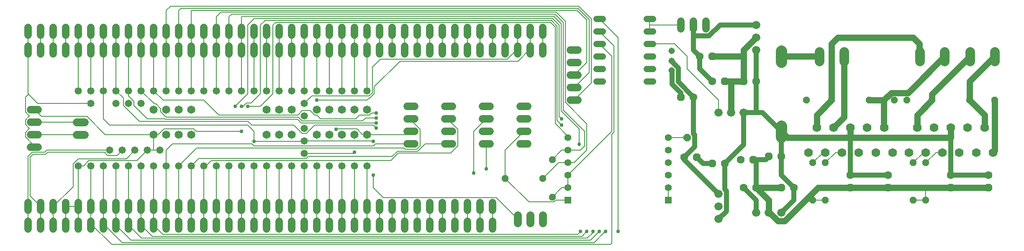
<source format=gbl>
G75*
%MOIN*%
%OFA0B0*%
%FSLAX25Y25*%
%IPPOS*%
%LPD*%
%AMOC8*
5,1,8,0,0,1.08239X$1,22.5*
%
%ADD10C,0.05800*%
%ADD11C,0.06496*%
%ADD12C,0.06496*%
%ADD13C,0.07000*%
%ADD14C,0.05150*%
%ADD15C,0.06000*%
%ADD16C,0.05937*%
%ADD17R,0.05543X0.05543*%
%ADD18C,0.05543*%
%ADD19OC8,0.06200*%
%ADD20C,0.06200*%
%ADD21C,0.07800*%
%ADD22OC8,0.06000*%
%ADD23OC8,0.05200*%
%ADD24OC8,0.06300*%
%ADD25C,0.06300*%
%ADD26C,0.08850*%
%ADD27C,0.06600*%
%ADD28C,0.05150*%
%ADD29C,0.00800*%
%ADD30C,0.05000*%
%ADD31C,0.02978*%
%ADD32C,0.04000*%
D10*
X0049867Y0066544D03*
X0059867Y0066544D03*
X0069867Y0066544D03*
X0079867Y0066544D03*
X0089867Y0066544D03*
X0099867Y0066544D03*
X0109867Y0066544D03*
X0119867Y0066544D03*
X0129867Y0066544D03*
X0139867Y0066544D03*
X0149867Y0066544D03*
X0159867Y0066544D03*
X0169867Y0066544D03*
X0179867Y0066544D03*
X0189867Y0066544D03*
X0199867Y0066544D03*
X0209867Y0066544D03*
X0219867Y0066544D03*
X0229867Y0066544D03*
X0239867Y0066544D03*
X0249867Y0066544D03*
X0259867Y0066544D03*
X0269867Y0066544D03*
X0279867Y0066544D03*
X0229867Y0076544D03*
X0229867Y0086544D03*
X0229867Y0096544D03*
X0229867Y0106544D03*
X0229867Y0116544D03*
X0229867Y0126544D03*
X0219867Y0126544D03*
X0209867Y0126544D03*
X0199867Y0126544D03*
X0189867Y0126544D03*
X0179867Y0126544D03*
X0169867Y0126544D03*
X0159867Y0126544D03*
X0149867Y0126544D03*
X0139867Y0126544D03*
X0129867Y0126544D03*
X0119867Y0126544D03*
X0109867Y0126544D03*
X0099867Y0126544D03*
X0089867Y0126544D03*
X0079867Y0126544D03*
X0069867Y0126544D03*
X0059867Y0126544D03*
X0049867Y0126544D03*
X0059867Y0116544D03*
X0079867Y0116544D03*
X0089867Y0116544D03*
X0099867Y0116544D03*
X0104867Y0079044D03*
X0114867Y0079044D03*
X0094867Y0079044D03*
X0084867Y0079044D03*
X0074867Y0079044D03*
X0239867Y0126544D03*
X0249867Y0126544D03*
X0259867Y0126544D03*
X0269867Y0126544D03*
X0279867Y0126544D03*
D11*
X0279867Y0111544D03*
X0269867Y0111544D03*
X0259867Y0111544D03*
X0249867Y0111544D03*
X0239867Y0111544D03*
X0219867Y0111544D03*
X0209867Y0111544D03*
X0199867Y0111544D03*
X0139867Y0111544D03*
X0129867Y0111544D03*
X0119867Y0111544D03*
X0109867Y0111544D03*
X0109867Y0091544D03*
X0119867Y0091544D03*
X0129867Y0091544D03*
X0139867Y0091544D03*
X0199867Y0091544D03*
X0209867Y0091544D03*
X0219867Y0091544D03*
X0239867Y0091544D03*
X0249867Y0091544D03*
X0259867Y0091544D03*
X0269867Y0091544D03*
X0279867Y0091544D03*
D12*
X0054867Y0091544D02*
X0048371Y0091544D01*
X0048371Y0101544D02*
X0054867Y0101544D01*
X0399867Y0027292D02*
X0399867Y0020796D01*
X0409867Y0020796D02*
X0409867Y0027292D01*
X0419867Y0027292D02*
X0419867Y0020796D01*
D13*
X0631402Y0077154D03*
X0644788Y0077154D03*
X0658174Y0077154D03*
X0671560Y0077154D03*
X0684945Y0077154D03*
X0698331Y0077154D03*
X0711402Y0077154D03*
X0724788Y0077154D03*
X0738174Y0077154D03*
X0751560Y0077154D03*
X0764945Y0077154D03*
X0778331Y0077154D03*
X0771638Y0097154D03*
X0758252Y0097154D03*
X0744867Y0097154D03*
X0731481Y0097154D03*
X0718095Y0097154D03*
X0691638Y0097154D03*
X0678252Y0097154D03*
X0664867Y0097154D03*
X0651481Y0097154D03*
X0638095Y0097154D03*
D14*
X0507441Y0134044D02*
X0502292Y0134044D01*
X0502292Y0144044D02*
X0507441Y0144044D01*
X0507441Y0154044D02*
X0502292Y0154044D01*
X0502292Y0164044D02*
X0507441Y0164044D01*
X0507441Y0174044D02*
X0502292Y0174044D01*
X0502292Y0184044D02*
X0507441Y0184044D01*
X0467441Y0184044D02*
X0462292Y0184044D01*
X0462292Y0174044D02*
X0467441Y0174044D01*
X0467441Y0164044D02*
X0462292Y0164044D01*
X0462292Y0154044D02*
X0467441Y0154044D01*
X0467441Y0144044D02*
X0462292Y0144044D01*
X0462292Y0134044D02*
X0467441Y0134044D01*
D15*
X0009867Y0022044D02*
X0009867Y0016044D01*
X0019867Y0016044D02*
X0019867Y0022044D01*
X0029867Y0022044D02*
X0029867Y0016044D01*
X0039867Y0016044D02*
X0039867Y0022044D01*
X0049867Y0022044D02*
X0049867Y0016044D01*
X0059867Y0016044D02*
X0059867Y0022044D01*
X0069867Y0022044D02*
X0069867Y0016044D01*
X0079867Y0016044D02*
X0079867Y0022044D01*
X0089867Y0022044D02*
X0089867Y0016044D01*
X0099867Y0016044D02*
X0099867Y0022044D01*
X0109867Y0022044D02*
X0109867Y0016044D01*
X0119867Y0016044D02*
X0119867Y0022044D01*
X0129867Y0022044D02*
X0129867Y0016044D01*
X0139867Y0016044D02*
X0139867Y0022044D01*
X0149867Y0022044D02*
X0149867Y0016044D01*
X0159867Y0016044D02*
X0159867Y0022044D01*
X0169867Y0022044D02*
X0169867Y0016044D01*
X0179867Y0016044D02*
X0179867Y0022044D01*
X0189867Y0022044D02*
X0189867Y0016044D01*
X0199867Y0016044D02*
X0199867Y0022044D01*
X0209867Y0022044D02*
X0209867Y0016044D01*
X0219867Y0016044D02*
X0219867Y0022044D01*
X0229867Y0022044D02*
X0229867Y0016044D01*
X0239867Y0016044D02*
X0239867Y0022044D01*
X0249867Y0022044D02*
X0249867Y0016044D01*
X0259867Y0016044D02*
X0259867Y0022044D01*
X0269867Y0022044D02*
X0269867Y0016044D01*
X0279867Y0016044D02*
X0279867Y0022044D01*
X0289867Y0022044D02*
X0289867Y0016044D01*
X0299867Y0016044D02*
X0299867Y0022044D01*
X0309867Y0022044D02*
X0309867Y0016044D01*
X0319867Y0016044D02*
X0319867Y0022044D01*
X0329867Y0022044D02*
X0329867Y0016044D01*
X0339867Y0016044D02*
X0339867Y0022044D01*
X0349867Y0022044D02*
X0349867Y0016044D01*
X0359867Y0016044D02*
X0359867Y0022044D01*
X0369867Y0022044D02*
X0369867Y0016044D01*
X0379867Y0016044D02*
X0379867Y0022044D01*
X0379867Y0031044D02*
X0379867Y0037044D01*
X0369867Y0037044D02*
X0369867Y0031044D01*
X0359867Y0031044D02*
X0359867Y0037044D01*
X0349867Y0037044D02*
X0349867Y0031044D01*
X0339867Y0031044D02*
X0339867Y0037044D01*
X0329867Y0037044D02*
X0329867Y0031044D01*
X0319867Y0031044D02*
X0319867Y0037044D01*
X0309867Y0037044D02*
X0309867Y0031044D01*
X0299867Y0031044D02*
X0299867Y0037044D01*
X0289867Y0037044D02*
X0289867Y0031044D01*
X0279867Y0031044D02*
X0279867Y0037044D01*
X0269867Y0037044D02*
X0269867Y0031044D01*
X0259867Y0031044D02*
X0259867Y0037044D01*
X0249867Y0037044D02*
X0249867Y0031044D01*
X0239867Y0031044D02*
X0239867Y0037044D01*
X0229867Y0037044D02*
X0229867Y0031044D01*
X0219867Y0031044D02*
X0219867Y0037044D01*
X0209867Y0037044D02*
X0209867Y0031044D01*
X0199867Y0031044D02*
X0199867Y0037044D01*
X0189867Y0037044D02*
X0189867Y0031044D01*
X0179867Y0031044D02*
X0179867Y0037044D01*
X0169867Y0037044D02*
X0169867Y0031044D01*
X0159867Y0031044D02*
X0159867Y0037044D01*
X0149867Y0037044D02*
X0149867Y0031044D01*
X0139867Y0031044D02*
X0139867Y0037044D01*
X0129867Y0037044D02*
X0129867Y0031044D01*
X0119867Y0031044D02*
X0119867Y0037044D01*
X0109867Y0037044D02*
X0109867Y0031044D01*
X0099867Y0031044D02*
X0099867Y0037044D01*
X0089867Y0037044D02*
X0089867Y0031044D01*
X0079867Y0031044D02*
X0079867Y0037044D01*
X0069867Y0037044D02*
X0069867Y0031044D01*
X0059867Y0031044D02*
X0059867Y0037044D01*
X0049867Y0037044D02*
X0049867Y0031044D01*
X0039867Y0031044D02*
X0039867Y0037044D01*
X0029867Y0037044D02*
X0029867Y0031044D01*
X0019867Y0031044D02*
X0019867Y0037044D01*
X0009867Y0037044D02*
X0009867Y0031044D01*
X0011867Y0081544D02*
X0017867Y0081544D01*
X0017867Y0091544D02*
X0011867Y0091544D01*
X0011867Y0101544D02*
X0017867Y0101544D01*
X0017867Y0111544D02*
X0011867Y0111544D01*
X0009867Y0156044D02*
X0009867Y0162044D01*
X0019867Y0162044D02*
X0019867Y0156044D01*
X0029867Y0156044D02*
X0029867Y0162044D01*
X0039867Y0162044D02*
X0039867Y0156044D01*
X0049867Y0156044D02*
X0049867Y0162044D01*
X0059867Y0162044D02*
X0059867Y0156044D01*
X0069867Y0156044D02*
X0069867Y0162044D01*
X0079867Y0162044D02*
X0079867Y0156044D01*
X0089867Y0156044D02*
X0089867Y0162044D01*
X0099867Y0162044D02*
X0099867Y0156044D01*
X0109867Y0156044D02*
X0109867Y0162044D01*
X0119867Y0162044D02*
X0119867Y0156044D01*
X0129867Y0156044D02*
X0129867Y0162044D01*
X0139867Y0162044D02*
X0139867Y0156044D01*
X0149867Y0156044D02*
X0149867Y0162044D01*
X0159867Y0162044D02*
X0159867Y0156044D01*
X0169867Y0156044D02*
X0169867Y0162044D01*
X0179867Y0162044D02*
X0179867Y0156044D01*
X0189867Y0156044D02*
X0189867Y0162044D01*
X0199867Y0162044D02*
X0199867Y0156044D01*
X0209867Y0156044D02*
X0209867Y0162044D01*
X0219867Y0162044D02*
X0219867Y0156044D01*
X0229867Y0156044D02*
X0229867Y0162044D01*
X0239867Y0162044D02*
X0239867Y0156044D01*
X0249867Y0156044D02*
X0249867Y0162044D01*
X0259867Y0162044D02*
X0259867Y0156044D01*
X0269867Y0156044D02*
X0269867Y0162044D01*
X0279867Y0162044D02*
X0279867Y0156044D01*
X0289867Y0156044D02*
X0289867Y0162044D01*
X0299867Y0162044D02*
X0299867Y0156044D01*
X0309867Y0156044D02*
X0309867Y0162044D01*
X0319867Y0162044D02*
X0319867Y0156044D01*
X0329867Y0156044D02*
X0329867Y0162044D01*
X0339867Y0162044D02*
X0339867Y0156044D01*
X0349867Y0156044D02*
X0349867Y0162044D01*
X0359867Y0162044D02*
X0359867Y0156044D01*
X0369867Y0156044D02*
X0369867Y0162044D01*
X0379867Y0162044D02*
X0379867Y0156044D01*
X0389867Y0156044D02*
X0389867Y0162044D01*
X0399867Y0162044D02*
X0399867Y0156044D01*
X0409867Y0156044D02*
X0409867Y0162044D01*
X0419867Y0162044D02*
X0419867Y0156044D01*
X0441867Y0159044D02*
X0447867Y0159044D01*
X0447867Y0149044D02*
X0441867Y0149044D01*
X0441867Y0139044D02*
X0447867Y0139044D01*
X0447867Y0129044D02*
X0441867Y0129044D01*
X0441867Y0119044D02*
X0447867Y0119044D01*
X0407867Y0114044D02*
X0401867Y0114044D01*
X0377867Y0114044D02*
X0371867Y0114044D01*
X0347867Y0114044D02*
X0341867Y0114044D01*
X0317867Y0114044D02*
X0311867Y0114044D01*
X0311867Y0104044D02*
X0317867Y0104044D01*
X0341867Y0104044D02*
X0347867Y0104044D01*
X0371867Y0104044D02*
X0377867Y0104044D01*
X0401867Y0104044D02*
X0407867Y0104044D01*
X0407867Y0094044D02*
X0401867Y0094044D01*
X0377867Y0094044D02*
X0371867Y0094044D01*
X0347867Y0094044D02*
X0341867Y0094044D01*
X0317867Y0094044D02*
X0311867Y0094044D01*
X0311867Y0084044D02*
X0317867Y0084044D01*
X0341867Y0084044D02*
X0347867Y0084044D01*
X0371867Y0084044D02*
X0377867Y0084044D01*
X0401867Y0084044D02*
X0407867Y0084044D01*
X0409867Y0171044D02*
X0409867Y0177044D01*
X0419867Y0177044D02*
X0419867Y0171044D01*
X0399867Y0171044D02*
X0399867Y0177044D01*
X0389867Y0177044D02*
X0389867Y0171044D01*
X0379867Y0171044D02*
X0379867Y0177044D01*
X0369867Y0177044D02*
X0369867Y0171044D01*
X0359867Y0171044D02*
X0359867Y0177044D01*
X0349867Y0177044D02*
X0349867Y0171044D01*
X0339867Y0171044D02*
X0339867Y0177044D01*
X0329867Y0177044D02*
X0329867Y0171044D01*
X0319867Y0171044D02*
X0319867Y0177044D01*
X0309867Y0177044D02*
X0309867Y0171044D01*
X0299867Y0171044D02*
X0299867Y0177044D01*
X0289867Y0177044D02*
X0289867Y0171044D01*
X0279867Y0171044D02*
X0279867Y0177044D01*
X0269867Y0177044D02*
X0269867Y0171044D01*
X0259867Y0171044D02*
X0259867Y0177044D01*
X0249867Y0177044D02*
X0249867Y0171044D01*
X0239867Y0171044D02*
X0239867Y0177044D01*
X0229867Y0177044D02*
X0229867Y0171044D01*
X0219867Y0171044D02*
X0219867Y0177044D01*
X0209867Y0177044D02*
X0209867Y0171044D01*
X0199867Y0171044D02*
X0199867Y0177044D01*
X0189867Y0177044D02*
X0189867Y0171044D01*
X0179867Y0171044D02*
X0179867Y0177044D01*
X0169867Y0177044D02*
X0169867Y0171044D01*
X0159867Y0171044D02*
X0159867Y0177044D01*
X0149867Y0177044D02*
X0149867Y0171044D01*
X0139867Y0171044D02*
X0139867Y0177044D01*
X0129867Y0177044D02*
X0129867Y0171044D01*
X0119867Y0171044D02*
X0119867Y0177044D01*
X0109867Y0177044D02*
X0109867Y0171044D01*
X0099867Y0171044D02*
X0099867Y0177044D01*
X0089867Y0177044D02*
X0089867Y0171044D01*
X0079867Y0171044D02*
X0079867Y0177044D01*
X0069867Y0177044D02*
X0069867Y0171044D01*
X0059867Y0171044D02*
X0059867Y0177044D01*
X0049867Y0177044D02*
X0049867Y0171044D01*
X0039867Y0171044D02*
X0039867Y0177044D01*
X0029867Y0177044D02*
X0029867Y0171044D01*
X0019867Y0171044D02*
X0019867Y0177044D01*
X0009867Y0177044D02*
X0009867Y0171044D01*
D16*
X0529867Y0176076D02*
X0529867Y0182013D01*
X0539867Y0182013D02*
X0539867Y0176076D01*
X0549867Y0176076D02*
X0549867Y0182013D01*
D17*
X0519867Y0039044D03*
X0439867Y0039044D03*
D18*
X0439867Y0049044D03*
X0439867Y0059044D03*
X0439867Y0069044D03*
X0439867Y0079044D03*
X0439867Y0089044D03*
X0519867Y0089044D03*
X0519867Y0079044D03*
X0519867Y0069044D03*
X0519867Y0059044D03*
X0519867Y0049044D03*
D19*
X0529867Y0121544D03*
X0554867Y0154044D03*
D20*
X0544867Y0154044D03*
X0539867Y0121544D03*
D21*
X0640067Y0150144D02*
X0640067Y0157944D01*
X0659767Y0157944D02*
X0659767Y0150144D01*
X0720067Y0150144D02*
X0720067Y0157944D01*
X0739767Y0157944D02*
X0739767Y0150144D01*
X0760067Y0150144D02*
X0760067Y0157944D01*
X0779767Y0157944D02*
X0779767Y0150144D01*
D22*
X0534867Y0089044D03*
D23*
X0634867Y0069044D03*
X0644867Y0069044D03*
X0714867Y0069044D03*
X0724867Y0069044D03*
X0724867Y0039044D03*
X0714867Y0039044D03*
X0644867Y0039044D03*
X0634867Y0039044D03*
X0427367Y0041544D03*
X0419867Y0056544D03*
X0389867Y0056544D03*
X0427367Y0071544D03*
X0629867Y0119044D03*
X0649867Y0119044D03*
X0679867Y0119044D03*
X0699867Y0119044D03*
X0709867Y0119044D03*
X0729867Y0119044D03*
X0759867Y0119044D03*
X0779867Y0119044D03*
D24*
X0599867Y0074044D03*
X0587367Y0071544D03*
X0554867Y0068544D03*
X0542367Y0073544D03*
X0589867Y0049044D03*
X0609867Y0049044D03*
X0664867Y0049044D03*
X0694867Y0049044D03*
X0744867Y0049044D03*
X0774867Y0049044D03*
X0579867Y0134044D03*
X0564867Y0134044D03*
D25*
X0554867Y0134044D03*
X0589867Y0134044D03*
X0609867Y0074044D03*
X0577367Y0071544D03*
X0564867Y0068544D03*
X0532367Y0073544D03*
X0579867Y0049044D03*
X0619867Y0049044D03*
X0664867Y0059044D03*
X0694867Y0059044D03*
X0744867Y0059044D03*
X0774867Y0059044D03*
D26*
X0609867Y0089619D02*
X0609867Y0098469D01*
X0609867Y0149619D02*
X0609867Y0158469D01*
D27*
X0589867Y0159044D03*
X0589867Y0169044D03*
X0589867Y0179044D03*
X0579867Y0109044D03*
X0569867Y0109044D03*
X0559867Y0109044D03*
X0559867Y0044044D03*
X0559867Y0034044D03*
X0589867Y0029044D03*
X0599867Y0029044D03*
X0609867Y0029044D03*
X0559867Y0024044D03*
D28*
X0522367Y0142670D03*
X0522367Y0150544D03*
X0522367Y0158418D03*
D29*
X0524867Y0164044D02*
X0534867Y0154044D01*
X0534867Y0144044D01*
X0559867Y0119044D01*
X0559867Y0109044D01*
X0534867Y0089044D02*
X0519867Y0089044D01*
X0476467Y0093381D02*
X0476467Y0162444D01*
X0464867Y0174044D01*
X0464867Y0184044D02*
X0479867Y0169044D01*
X0479867Y0014044D01*
X0469867Y0014044D02*
X0469606Y0014044D01*
X0460806Y0005244D01*
X0084727Y0005244D01*
X0070927Y0019044D01*
X0069867Y0019044D01*
X0069867Y0034044D01*
X0069867Y0066544D01*
X0059867Y0066544D02*
X0059867Y0034044D01*
X0059867Y0019044D01*
X0060927Y0019044D01*
X0076327Y0003644D01*
X0473667Y0003644D01*
X0474867Y0004844D01*
X0474867Y0091781D01*
X0476467Y0093381D01*
X0474867Y0094044D02*
X0439867Y0059044D01*
X0439867Y0049044D01*
X0434867Y0049044D01*
X0427367Y0041544D01*
X0430241Y0039044D02*
X0439867Y0039044D01*
X0430241Y0039044D02*
X0428941Y0037744D01*
X0408667Y0037744D01*
X0389867Y0056544D01*
X0389867Y0079044D01*
X0404867Y0094044D01*
X0429667Y0100441D02*
X0439867Y0090241D01*
X0439867Y0089044D01*
X0453267Y0094044D02*
X0436067Y0111244D01*
X0436067Y0181244D01*
X0429567Y0187744D01*
X0171967Y0187744D01*
X0169867Y0185644D01*
X0169867Y0174044D01*
X0169867Y0159044D01*
X0169867Y0126544D01*
X0179867Y0126544D02*
X0179867Y0159044D01*
X0179867Y0174044D01*
X0179867Y0185644D01*
X0180367Y0186144D01*
X0428567Y0186144D01*
X0434467Y0180244D01*
X0434467Y0110581D01*
X0448867Y0096181D01*
X0448867Y0083844D01*
X0453267Y0082444D02*
X0449867Y0079044D01*
X0439867Y0079044D01*
X0434867Y0079044D01*
X0427367Y0071544D01*
X0432367Y0069044D02*
X0439867Y0069044D01*
X0444867Y0069044D01*
X0454867Y0079044D01*
X0454867Y0100104D01*
X0437667Y0117304D01*
X0437667Y0182244D01*
X0430567Y0189344D01*
X0163567Y0189344D01*
X0159867Y0185644D01*
X0159867Y0174044D01*
X0159867Y0159044D01*
X0159867Y0126544D01*
X0149867Y0126544D02*
X0149867Y0159044D01*
X0149867Y0174044D01*
X0139867Y0174044D02*
X0139867Y0190644D01*
X0140167Y0190944D01*
X0447092Y0190944D01*
X0454867Y0183169D01*
X0454867Y0149044D01*
X0444867Y0139044D01*
X0444867Y0129044D02*
X0456917Y0141094D01*
X0456917Y0183381D01*
X0447754Y0192544D01*
X0131767Y0192544D01*
X0129867Y0190644D01*
X0129867Y0174044D01*
X0129867Y0159044D01*
X0129867Y0126544D01*
X0139867Y0126544D02*
X0139867Y0159044D01*
X0139867Y0174044D01*
X0119867Y0174044D02*
X0119867Y0190644D01*
X0123367Y0194144D01*
X0448417Y0194144D01*
X0458517Y0184044D01*
X0458517Y0132694D01*
X0444867Y0119044D01*
X0432867Y0106044D02*
X0434867Y0104044D01*
X0432867Y0106044D02*
X0432867Y0179044D01*
X0427467Y0184444D01*
X0190267Y0184444D01*
X0184867Y0179044D01*
X0184867Y0124044D01*
X0174867Y0114044D01*
X0179867Y0114044D02*
X0181064Y0114044D01*
X0183753Y0116733D01*
X0187556Y0116733D01*
X0194867Y0124044D01*
X0194867Y0179044D01*
X0198667Y0182844D01*
X0426667Y0182844D01*
X0431267Y0178244D01*
X0431267Y0102644D01*
X0434867Y0099044D01*
X0429667Y0100441D02*
X0429667Y0177581D01*
X0426004Y0181244D01*
X0207067Y0181244D01*
X0204867Y0179044D01*
X0204867Y0124044D01*
X0194867Y0114044D01*
X0184867Y0114044D01*
X0161815Y0107096D02*
X0224620Y0107096D01*
X0228168Y0110644D01*
X0234476Y0110644D01*
X0238024Y0107096D01*
X0239867Y0107096D01*
X0242919Y0104044D01*
X0270867Y0104044D01*
X0273919Y0107096D01*
X0281709Y0107096D01*
X0283457Y0108844D01*
X0287067Y0108844D01*
X0287067Y0104844D02*
X0278669Y0104844D01*
X0276269Y0102444D01*
X0228168Y0102444D01*
X0225168Y0105444D01*
X0119676Y0105444D01*
X0115419Y0109702D01*
X0115419Y0112283D01*
X0111709Y0115992D01*
X0110419Y0115992D01*
X0099867Y0126544D01*
X0099867Y0159044D01*
X0099867Y0174044D01*
X0109867Y0174044D02*
X0109867Y0159044D01*
X0109867Y0126544D01*
X0117367Y0119044D01*
X0149867Y0119044D01*
X0161815Y0107096D01*
X0184867Y0102244D02*
X0188067Y0099044D01*
X0221568Y0099044D01*
X0228168Y0092444D01*
X0231565Y0092444D01*
X0238165Y0099044D01*
X0284867Y0099044D01*
X0287067Y0096844D01*
X0287069Y0100644D02*
X0287067Y0100647D01*
X0287067Y0100844D01*
X0287069Y0100644D02*
X0255467Y0100644D01*
X0255267Y0100844D01*
X0227506Y0100844D01*
X0224506Y0103844D01*
X0119013Y0103844D01*
X0118813Y0104044D01*
X0104867Y0104044D01*
X0093967Y0114944D01*
X0093967Y0118242D01*
X0089867Y0122342D01*
X0089867Y0126544D01*
X0089867Y0159044D01*
X0089867Y0174044D01*
X0079867Y0174044D02*
X0079867Y0159044D01*
X0079867Y0126544D01*
X0085767Y0120644D01*
X0085767Y0114846D01*
X0098368Y0102244D01*
X0184867Y0102244D01*
X0184867Y0099044D02*
X0074867Y0099044D01*
X0069867Y0104044D01*
X0069867Y0126544D01*
X0069867Y0159044D01*
X0069867Y0174044D01*
X0059867Y0174044D02*
X0059867Y0159044D01*
X0059867Y0126544D01*
X0049867Y0126544D02*
X0049867Y0159044D01*
X0049867Y0174044D01*
X0039867Y0174044D02*
X0039867Y0159044D01*
X0029867Y0159044D02*
X0029867Y0174044D01*
X0019867Y0174044D02*
X0019867Y0159044D01*
X0009867Y0159044D02*
X0009867Y0124044D01*
X0010127Y0123784D01*
X0017367Y0116544D01*
X0059867Y0116544D01*
X0056709Y0105992D02*
X0020419Y0105992D01*
X0014867Y0111544D01*
X0010927Y0106544D02*
X0007667Y0109804D01*
X0007667Y0121324D01*
X0010127Y0123784D01*
X0010927Y0106544D02*
X0007667Y0103284D01*
X0007667Y0099804D01*
X0010927Y0096544D01*
X0007667Y0093284D01*
X0007667Y0089804D01*
X0014867Y0082604D01*
X0014867Y0081544D01*
X0013167Y0077344D02*
X0023167Y0077344D01*
X0024867Y0079044D01*
X0074867Y0079044D01*
X0073168Y0074944D02*
X0070668Y0077444D01*
X0025529Y0077444D01*
X0023829Y0075744D01*
X0013829Y0075744D01*
X0011467Y0073381D01*
X0011467Y0042444D01*
X0019867Y0034044D01*
X0019867Y0019044D01*
X0029867Y0019044D02*
X0029867Y0034044D01*
X0045667Y0049844D01*
X0045667Y0068142D01*
X0049768Y0072244D01*
X0088067Y0072244D01*
X0094867Y0079044D01*
X0084867Y0079044D02*
X0080767Y0074944D01*
X0073168Y0074944D01*
X0058168Y0070644D02*
X0096467Y0070644D01*
X0104867Y0079044D01*
X0109867Y0079044D01*
X0109867Y0091544D01*
X0113576Y0091544D01*
X0118024Y0095992D01*
X0141709Y0095992D01*
X0143657Y0094044D01*
X0179867Y0094044D01*
X0184867Y0099044D02*
X0189867Y0094044D01*
X0189867Y0086244D01*
X0229567Y0086244D01*
X0229867Y0086544D01*
X0284567Y0086544D01*
X0284867Y0086244D01*
X0286469Y0084044D02*
X0284869Y0082444D01*
X0189864Y0082444D01*
X0188264Y0084044D01*
X0124867Y0084044D01*
X0119867Y0079044D01*
X0119867Y0066544D01*
X0119867Y0034044D01*
X0119867Y0019044D01*
X0129867Y0019044D02*
X0129867Y0034044D01*
X0129867Y0066544D01*
X0144167Y0080844D01*
X0309127Y0080844D01*
X0310127Y0079844D01*
X0319606Y0079844D01*
X0322067Y0082304D01*
X0322067Y0095784D01*
X0314867Y0102984D01*
X0314867Y0104044D01*
X0344867Y0104044D02*
X0344867Y0102984D01*
X0352067Y0095784D01*
X0352067Y0082304D01*
X0346406Y0076644D01*
X0304729Y0076644D01*
X0298929Y0070844D01*
X0155686Y0070844D01*
X0151386Y0066544D01*
X0149867Y0066544D01*
X0149867Y0034044D01*
X0149867Y0019044D01*
X0139867Y0019044D02*
X0139867Y0034044D01*
X0139867Y0066544D01*
X0145767Y0072444D01*
X0231565Y0072444D01*
X0233165Y0074044D01*
X0299867Y0074044D01*
X0304067Y0078244D01*
X0320269Y0078244D01*
X0326069Y0084044D01*
X0344867Y0084044D01*
X0374867Y0084044D02*
X0374867Y0064044D01*
X0364867Y0060644D02*
X0364867Y0094044D01*
X0374867Y0104044D01*
X0314867Y0094044D02*
X0312367Y0091544D01*
X0279867Y0091544D01*
X0276157Y0091544D01*
X0271709Y0095992D01*
X0255919Y0095992D01*
X0255267Y0095844D01*
X0286469Y0084044D02*
X0314867Y0084044D01*
X0269667Y0077444D02*
X0268767Y0076544D01*
X0229867Y0076544D01*
X0229867Y0066544D02*
X0229867Y0034044D01*
X0229867Y0019044D01*
X0219867Y0019044D02*
X0219867Y0034044D01*
X0219867Y0066544D01*
X0209867Y0066544D02*
X0209867Y0034044D01*
X0209867Y0019044D01*
X0199867Y0019044D02*
X0199867Y0034044D01*
X0199867Y0066544D01*
X0189867Y0066544D02*
X0189867Y0034044D01*
X0189867Y0019044D01*
X0179867Y0019044D02*
X0179867Y0034044D01*
X0179867Y0066544D01*
X0169867Y0066544D02*
X0169867Y0034044D01*
X0169867Y0019044D01*
X0159867Y0019044D02*
X0159867Y0034044D01*
X0159867Y0066544D01*
X0114867Y0079044D02*
X0109867Y0079044D01*
X0109867Y0091544D02*
X0071157Y0091544D01*
X0056709Y0105992D01*
X0054867Y0101544D02*
X0014867Y0101544D01*
X0014867Y0091544D02*
X0054867Y0091544D01*
X0013167Y0077344D02*
X0009867Y0074044D01*
X0009867Y0034044D01*
X0009867Y0019044D01*
X0039867Y0019044D02*
X0039867Y0034044D01*
X0049867Y0034044D01*
X0049867Y0019044D01*
X0079867Y0019044D02*
X0091867Y0007044D01*
X0454867Y0007044D01*
X0457867Y0007044D01*
X0464867Y0014044D01*
X0459867Y0014044D02*
X0459867Y0013244D01*
X0455267Y0008644D01*
X0100267Y0008644D01*
X0089867Y0019044D01*
X0089867Y0034044D01*
X0089867Y0066544D01*
X0099867Y0066544D02*
X0099867Y0034044D01*
X0099867Y0019044D01*
X0108667Y0010244D01*
X0451067Y0010244D01*
X0454867Y0014044D01*
X0449867Y0014044D02*
X0447667Y0011844D01*
X0117067Y0011844D01*
X0109867Y0019044D01*
X0109867Y0034044D01*
X0109867Y0066544D01*
X0079867Y0066544D02*
X0079867Y0034044D01*
X0079867Y0019044D01*
X0049867Y0034044D02*
X0049867Y0066544D01*
X0054068Y0066544D01*
X0058168Y0070644D01*
X0229867Y0116544D02*
X0235767Y0122444D01*
X0281565Y0122444D01*
X0283967Y0124846D01*
X0283967Y0145344D01*
X0290467Y0151844D01*
X0391606Y0151844D01*
X0398806Y0159044D01*
X0399867Y0159044D01*
X0399867Y0174044D01*
X0409867Y0174044D02*
X0409867Y0159044D01*
X0408806Y0159044D01*
X0400006Y0150244D01*
X0306067Y0150244D01*
X0285567Y0129744D01*
X0285567Y0124183D01*
X0282228Y0120844D01*
X0281667Y0120844D01*
X0279867Y0119044D01*
X0239867Y0119044D01*
X0239867Y0126544D02*
X0239867Y0159044D01*
X0239867Y0174044D01*
X0249867Y0174044D02*
X0249867Y0159044D01*
X0249867Y0126544D01*
X0259867Y0126544D02*
X0259867Y0159044D01*
X0259867Y0174044D01*
X0269867Y0174044D02*
X0269867Y0159044D01*
X0269867Y0126544D01*
X0279867Y0126544D02*
X0279867Y0159044D01*
X0279867Y0174044D01*
X0289867Y0174044D02*
X0289867Y0159044D01*
X0299867Y0159044D02*
X0299867Y0174044D01*
X0309867Y0174044D02*
X0309867Y0159044D01*
X0319867Y0159044D02*
X0319867Y0174044D01*
X0329867Y0174044D02*
X0329867Y0159044D01*
X0339867Y0159044D02*
X0339867Y0174044D01*
X0349867Y0174044D02*
X0349867Y0159044D01*
X0359867Y0159044D02*
X0359867Y0174044D01*
X0369867Y0174044D02*
X0369867Y0159044D01*
X0379867Y0159044D02*
X0379867Y0174044D01*
X0389867Y0174044D02*
X0389867Y0159044D01*
X0419867Y0159044D02*
X0419867Y0174044D01*
X0464867Y0164044D02*
X0474867Y0154044D01*
X0474867Y0094044D01*
X0453267Y0094044D02*
X0453267Y0082444D01*
X0432367Y0069044D02*
X0419867Y0056544D01*
X0399867Y0024044D02*
X0382667Y0041244D01*
X0292667Y0041244D01*
X0284867Y0049044D01*
X0284867Y0059044D01*
X0279867Y0066544D02*
X0279867Y0034044D01*
X0279867Y0019044D01*
X0289867Y0019044D02*
X0289867Y0034044D01*
X0299867Y0034044D02*
X0299867Y0019044D01*
X0309867Y0019044D02*
X0309867Y0034044D01*
X0319867Y0034044D02*
X0319867Y0019044D01*
X0329867Y0019044D02*
X0329867Y0034044D01*
X0339867Y0034044D02*
X0339867Y0019044D01*
X0349867Y0019044D02*
X0349867Y0034044D01*
X0359867Y0034044D02*
X0359867Y0019044D01*
X0369867Y0019044D02*
X0369867Y0034044D01*
X0379867Y0034044D02*
X0379867Y0019044D01*
X0454867Y0007044D02*
X0455267Y0007044D01*
X0519867Y0039044D02*
X0519867Y0049044D01*
X0629534Y0039377D02*
X0629867Y0039044D01*
X0634867Y0039044D01*
X0644867Y0039044D01*
X0714867Y0039044D02*
X0724867Y0039044D01*
X0724867Y0049044D01*
X0724867Y0069044D02*
X0732977Y0077154D01*
X0738174Y0077154D01*
X0724788Y0077154D02*
X0722977Y0077154D01*
X0714867Y0069044D01*
X0658174Y0077154D02*
X0652977Y0077154D01*
X0644867Y0069044D01*
X0642977Y0077154D02*
X0634867Y0069044D01*
X0642977Y0077154D02*
X0644788Y0077154D01*
X0524867Y0164044D02*
X0504867Y0164044D01*
X0504867Y0174044D02*
X0504867Y0179044D01*
X0529867Y0179044D01*
X0504867Y0179044D02*
X0504867Y0184044D01*
X0229867Y0174044D02*
X0229867Y0159044D01*
X0229867Y0126544D01*
X0219867Y0126544D02*
X0219867Y0159044D01*
X0219867Y0174044D01*
X0209867Y0174044D02*
X0209867Y0159044D01*
X0209867Y0126544D01*
X0199867Y0126544D02*
X0199867Y0159044D01*
X0199867Y0174044D01*
X0189867Y0174044D02*
X0189867Y0159044D01*
X0189867Y0126544D01*
X0119867Y0126544D02*
X0119867Y0159044D01*
X0119867Y0174044D01*
X0009867Y0174044D02*
X0009867Y0159044D01*
X0239867Y0066544D02*
X0239867Y0034044D01*
X0239867Y0019044D01*
X0249867Y0019044D02*
X0249867Y0034044D01*
X0249867Y0066544D01*
X0259867Y0066544D02*
X0259867Y0034044D01*
X0259867Y0019044D01*
X0269867Y0019044D02*
X0269867Y0034044D01*
X0269867Y0066544D01*
D30*
X0564867Y0134044D02*
X0569867Y0134044D01*
X0579867Y0134044D01*
X0579867Y0154044D01*
X0554867Y0154044D01*
X0579867Y0154044D02*
X0579867Y0159044D01*
X0589867Y0169044D01*
X0609867Y0154044D02*
X0640067Y0154044D01*
X0659767Y0154044D02*
X0659767Y0105440D01*
X0651481Y0097154D01*
X0664867Y0097154D02*
X0664867Y0089044D01*
X0744867Y0089044D01*
X0744867Y0097154D01*
X0718095Y0097154D02*
X0718095Y0107272D01*
X0729867Y0119044D01*
X0729867Y0123844D01*
X0760067Y0154044D01*
X0739767Y0154044D02*
X0710667Y0124944D01*
X0697423Y0124944D01*
X0691523Y0119044D01*
X0691523Y0097270D01*
X0691638Y0097154D01*
X0664867Y0089044D02*
X0614867Y0089044D01*
X0609867Y0094044D01*
X0638095Y0097154D02*
X0638095Y0107272D01*
X0649867Y0119044D01*
X0649867Y0164044D01*
X0654867Y0169044D01*
X0714867Y0169044D01*
X0719867Y0164044D01*
X0719867Y0154244D01*
X0720067Y0154044D01*
X0759867Y0134144D02*
X0779767Y0154044D01*
X0759867Y0134144D02*
X0759867Y0119044D01*
X0771638Y0107272D01*
X0771638Y0097154D01*
X0779867Y0078690D02*
X0779867Y0119044D01*
X0691523Y0119044D02*
X0679867Y0119044D01*
X0569867Y0109044D02*
X0569867Y0134044D01*
X0778331Y0077154D02*
X0779867Y0078690D01*
X0774867Y0049044D02*
X0744867Y0049044D01*
X0724867Y0049044D01*
X0694867Y0049044D01*
X0664867Y0049044D01*
X0639200Y0049044D01*
X0629534Y0039377D01*
X0612600Y0022444D01*
X0607133Y0022444D01*
X0600533Y0029044D01*
X0599867Y0029044D01*
X0599867Y0039044D01*
X0589867Y0049044D01*
X0609867Y0049044D01*
D31*
X0479867Y0014044D03*
X0469867Y0014044D03*
X0464867Y0014044D03*
X0459867Y0014044D03*
X0454867Y0014044D03*
X0449867Y0014044D03*
X0364867Y0060644D03*
X0374867Y0064044D03*
X0448867Y0083844D03*
X0434867Y0099044D03*
X0434867Y0104044D03*
X0287067Y0104844D03*
X0287067Y0100844D03*
X0287067Y0096844D03*
X0255267Y0095844D03*
X0284867Y0086244D03*
X0269667Y0077444D03*
X0284867Y0059044D03*
X0189867Y0086244D03*
X0179867Y0094044D03*
X0179867Y0114044D03*
X0184867Y0114044D03*
X0174867Y0114044D03*
X0239867Y0119044D03*
X0287067Y0108844D03*
D32*
X0522941Y0131681D02*
X0529867Y0124756D01*
X0529867Y0121544D01*
X0539867Y0121544D02*
X0527741Y0133669D01*
X0527741Y0144896D01*
X0522367Y0150271D01*
X0522367Y0150544D01*
X0539867Y0159044D02*
X0544867Y0154044D01*
X0544867Y0144044D01*
X0554867Y0134044D01*
X0522941Y0131681D02*
X0522941Y0142095D01*
X0522367Y0142670D01*
X0539867Y0159044D02*
X0539867Y0169044D01*
X0541130Y0170307D01*
X0552256Y0170307D01*
X0560993Y0179044D01*
X0589867Y0179044D01*
X0539867Y0179044D02*
X0539867Y0169044D01*
X0589867Y0159044D02*
X0589867Y0134044D01*
X0589867Y0109044D01*
X0594867Y0109044D01*
X0609867Y0094044D01*
X0609867Y0074044D01*
X0609867Y0059044D01*
X0619867Y0049044D01*
X0619867Y0039044D01*
X0609867Y0029044D01*
X0589867Y0029044D02*
X0589867Y0039044D01*
X0579867Y0049044D01*
X0589867Y0049044D02*
X0589867Y0069044D01*
X0587367Y0071544D01*
X0597367Y0071544D01*
X0599867Y0074044D01*
X0579867Y0083544D02*
X0564867Y0068544D01*
X0564867Y0047671D01*
X0565967Y0046571D01*
X0565967Y0030144D01*
X0559867Y0024044D01*
X0559867Y0044044D02*
X0532367Y0071544D01*
X0532367Y0073544D01*
X0540667Y0081844D01*
X0540667Y0091447D01*
X0539867Y0092247D01*
X0539867Y0121544D01*
X0579867Y0109044D02*
X0579867Y0083544D01*
X0547367Y0068544D02*
X0542367Y0073544D01*
X0547367Y0068544D02*
X0554867Y0068544D01*
X0664867Y0059044D02*
X0694867Y0059044D01*
X0664867Y0059044D02*
X0664867Y0089044D01*
X0589867Y0109044D02*
X0579867Y0109044D01*
X0744867Y0089044D02*
X0744867Y0059044D01*
X0774867Y0059044D01*
M02*

</source>
